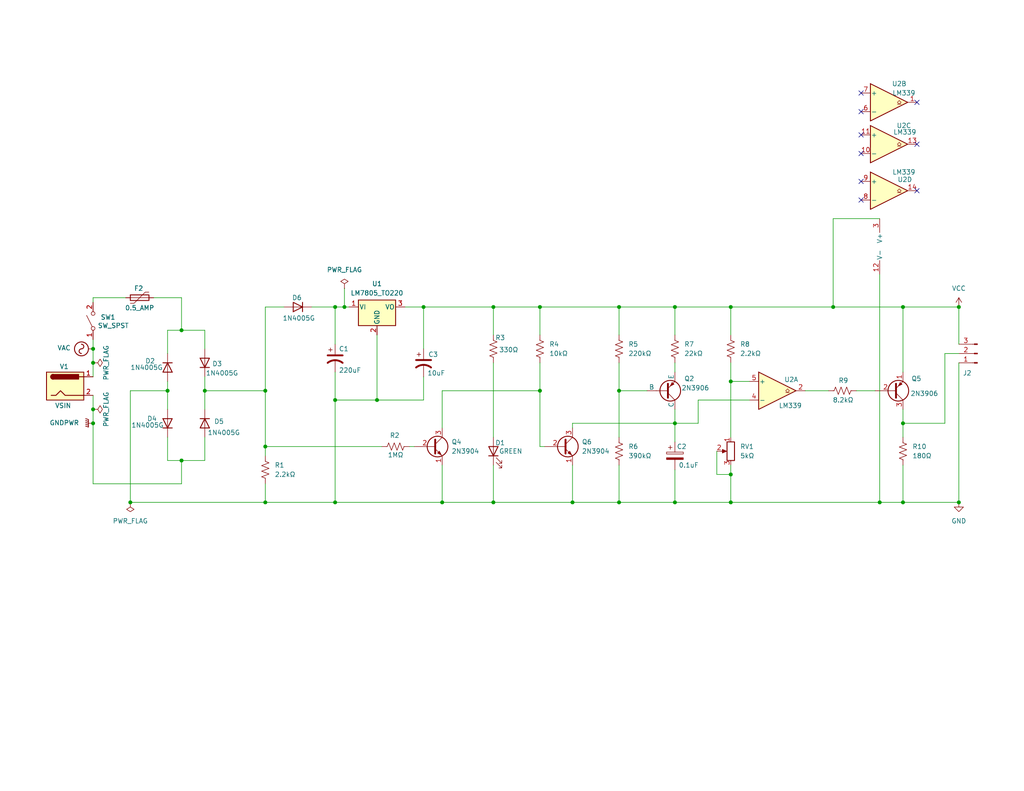
<source format=kicad_sch>
(kicad_sch (version 20231120) (generator "eeschema") (generator_version "8.0")
  (paper "A")
  (title_block (title "CMPE2150 PWM Generator - nkoirala1") (date "2024-12-09") (rev "0") (company "NAIT CNT") (comment 1 "Naresh Prasad Koirala"))
  (lib_symbols
    (symbol "Comparator:LM339" (pin_names (offset 0.127))
      (property "Reference" "U" (at 0 5.08 0))
      (property "Value" "LM339" (at 0 -5.08 0))
      (symbol "LM339_1_1"
        (polyline (pts (xy -5.08 5.08) (xy 5.08 0) (xy -5.08 -5.08) (xy -5.08 5.08)) (stroke (width 0.254)) (fill (type background)))
        (polyline (pts (xy 3.302 -0.508) (xy 2.794 -0.508) (xy 3.302 0) (xy 2.794 0.508) (xy 2.286 0) (xy 2.794 -0.508) (xy 2.286 -0.508)) (stroke (width 0.127)))
        (pin open_collector line (at 7.62 0 180) (length 2.54) (name "~") (number "2"))
        (pin input line (at -7.62 -2.54 0) (length 2.54) (name "-") (number "4"))
        (pin input line (at -7.62 2.54 0) (length 2.54) (name "+") (number "5"))
      )
      (symbol "LM339_2_1"
        (polyline (pts (xy -5.08 5.08) (xy 5.08 0) (xy -5.08 -5.08) (xy -5.08 5.08)) (stroke (width 0.254)) (fill (type background)))
        (polyline (pts (xy 3.302 -0.508) (xy 2.794 -0.508) (xy 3.302 0) (xy 2.794 0.508) (xy 2.286 0) (xy 2.794 -0.508) (xy 2.286 -0.508)) (stroke (width 0.127)))
        (pin open_collector line (at 7.62 0 180) (length 2.54) (name "~") (number "1"))
        (pin input line (at -7.62 -2.54 0) (length 2.54) (name "-") (number "6"))
        (pin input line (at -7.62 2.54 0) (length 2.54) (name "+") (number "7"))
      )
      (symbol "LM339_3_1"
        (polyline (pts (xy -5.08 5.08) (xy 5.08 0) (xy -5.08 -5.08) (xy -5.08 5.08)) (stroke (width 0.254)) (fill (type background)))
        (polyline (pts (xy 3.302 -0.508) (xy 2.794 -0.508) (xy 3.302 0) (xy 2.794 0.508) (xy 2.286 0) (xy 2.794 -0.508) (xy 2.286 -0.508)) (stroke (width 0.127)))
        (pin input line (at -7.62 -2.54 0) (length 2.54) (name "-") (number "10"))
        (pin input line (at -7.62 2.54 0) (length 2.54) (name "+") (number "11"))
        (pin open_collector line (at 7.62 0 180) (length 2.54) (name "~") (number "13"))
      )
      (symbol "LM339_4_1"
        (polyline (pts (xy -5.08 5.08) (xy 5.08 0) (xy -5.08 -5.08) (xy -5.08 5.08)) (stroke (width 0.254)) (fill (type background)))
        (polyline (pts (xy 3.302 -0.508) (xy 2.794 -0.508) (xy 3.302 0) (xy 2.794 0.508) (xy 2.286 0) (xy 2.794 -0.508) (xy 2.286 -0.508)) (stroke (width 0.127)))
        (pin open_collector line (at 7.62 0 180) (length 2.54) (name "~") (number "14"))
        (pin input line (at -7.62 -2.54 0) (length 2.54) (name "-") (number "8"))
        (pin input line (at -7.62 2.54 0) (length 2.54) (name "+") (number "9"))
      )
      (symbol "LM339_5_1"
        (pin power_in line (at -2.54 -7.62 90) (length 3.81) (name "V-") (number "12"))
        (pin power_in line (at -2.54 7.62 270) (length 3.81) (name "V+") (number "3"))
      )
    )
    (symbol "Connector:Barrel_Jack" (pin_names (offset 1.016))
      (property "Reference" "J" (at 0 5.334 0))
      (property "Value" "Barrel_Jack" (at 0 -5.08 0))
      (symbol "Barrel_Jack_0_1"
        (rectangle (start -5.08 3.81) (end 5.08 -3.81) (stroke (width 0.254)) (fill (type background)))
        (arc (start -3.302 3.175) (mid -3.9343 2.54) (end -3.302 1.905) (stroke (width 0.254)))
        (arc (start -3.302 3.175) (mid -3.9343 2.54) (end -3.302 1.905) (stroke (width 0.254)) (fill (type outline)))
        (polyline (pts (xy 5.08 2.54) (xy 3.81 2.54)) (stroke (width 0.254)))
        (polyline (pts (xy -3.81 -2.54) (xy -2.54 -2.54) (xy -1.27 -1.27) (xy 0 -2.54) (xy 2.54 -2.54) (xy 5.08 -2.54)) (stroke (width 0.254)))
        (rectangle (start 3.683 3.175) (end -3.302 1.905) (stroke (width 0.254)) (fill (type outline)))
      )
      (symbol "Barrel_Jack_1_1"
        (pin passive line (at 7.62 2.54 180) (length 2.54) (name "~") (number "1"))
        (pin passive line (at 7.62 -2.54 180) (length 2.54) (name "~") (number "2"))
      )
    )
    (symbol "Connector:Conn_01x03_Pin" (pin_names (offset 1.016) hide)
      (property "Reference" "J" (at 0 5.08 0))
      (property "Value" "Conn_01x03_Pin" (at 0 -5.08 0))
      (symbol "Conn_01x03_Pin_1_1"
        (polyline (pts (xy 1.27 -2.54) (xy 0.8636 -2.54)) (stroke (width 0.1524)))
        (polyline (pts (xy 1.27 0) (xy 0.8636 0)) (stroke (width 0.1524)))
        (polyline (pts (xy 1.27 2.54) (xy 0.8636 2.54)) (stroke (width 0.1524)))
        (rectangle (start 0.8636 -2.413) (end 0 -2.667) (stroke (width 0.1524)) (fill (type outline)))
        (rectangle (start 0.8636 0.127) (end 0 -0.127) (stroke (width 0.1524)) (fill (type outline)))
        (rectangle (start 0.8636 2.667) (end 0 2.413) (stroke (width 0.1524)) (fill (type outline)))
        (pin passive line (at 5.08 2.54 180) (length 3.81) (name "Pin_1") (number "1"))
        (pin passive line (at 5.08 0 180) (length 3.81) (name "Pin_2") (number "2"))
        (pin passive line (at 5.08 -2.54 180) (length 3.81) (name "Pin_3") (number "3"))
      )
    )
    (symbol "Device:C_Polarized" (pin_numbers hide) (pin_names (offset 0.254))
      (property "Reference" "C" (at 0.635 2.54 0))
      (property "Value" "C_Polarized" (at 0.635 -2.54 0))
      (symbol "C_Polarized_0_1"
        (rectangle (start -2.286 0.508) (end 2.286 1.016))
        (polyline (pts (xy -1.778 2.286) (xy -0.762 2.286)))
        (polyline (pts (xy -1.27 2.794) (xy -1.27 1.778)))
        (rectangle (start 2.286 -0.508) (end -2.286 -1.016) (fill (type outline)))
      )
      (symbol "C_Polarized_1_1"
        (pin passive line (at 0 3.81 270) (length 2.794) (name "~") (number "1"))
        (pin passive line (at 0 -3.81 90) (length 2.794) (name "~") (number "2"))
      )
    )
    (symbol "Device:C_Polarized_US" (pin_numbers hide) (pin_names (offset 0.254) hide)
      (property "Reference" "C" (at 0.635 2.54 0))
      (property "Value" "C_Polarized_US" (at 0.635 -2.54 0))
      (symbol "C_Polarized_US_0_1"
        (polyline (pts (xy -2.032 0.762) (xy 2.032 0.762)) (stroke (width 0.508)))
        (polyline (pts (xy -1.778 2.286) (xy -0.762 2.286)))
        (polyline (pts (xy -1.27 1.778) (xy -1.27 2.794)))
        (arc (start 2.032 -1.27) (mid 0 -0.5572) (end -2.032 -1.27) (stroke (width 0.508)))
      )
      (symbol "C_Polarized_US_1_1"
        (pin passive line (at 0 3.81 270) (length 2.794) (name "~") (number "1"))
        (pin passive line (at 0 -3.81 90) (length 3.302) (name "~") (number "2"))
      )
    )
    (symbol "Device:LED" (pin_numbers hide) (pin_names (offset 1.016) hide)
      (property "Reference" "D" (at 0 2.54 0))
      (property "Value" "LED" (at 0 -2.54 0))
      (symbol "LED_0_1"
        (polyline (pts (xy -1.27 -1.27) (xy -1.27 1.27)) (stroke (width 0.254)))
        (polyline (pts (xy -1.27 0) (xy 1.27 0)))
        (polyline (pts (xy 1.27 -1.27) (xy 1.27 1.27) (xy -1.27 0) (xy 1.27 -1.27)) (stroke (width 0.254)))
        (polyline (pts (xy -3.048 -0.762) (xy -4.572 -2.286) (xy -3.81 -2.286) (xy -4.572 -2.286) (xy -4.572 -1.524)))
        (polyline (pts (xy -1.778 -0.762) (xy -3.302 -2.286) (xy -2.54 -2.286) (xy -3.302 -2.286) (xy -3.302 -1.524)))
      )
      (symbol "LED_1_1"
        (pin passive line (at -3.81 0 0) (length 2.54) (name "K") (number "1"))
        (pin passive line (at 3.81 0 180) (length 2.54) (name "A") (number "2"))
      )
    )
    (symbol "Device:Polyfuse" (pin_numbers hide) (pin_names (offset 0))
      (property "Reference" "F" (at -2.54 0 90))
      (property "Value" "Polyfuse" (at 2.54 0 90))
      (symbol "Polyfuse_0_1"
        (rectangle (start -0.762 2.54) (end 0.762 -2.54) (stroke (width 0.254)))
        (polyline (pts (xy 0 2.54) (xy 0 -2.54)))
        (polyline (pts (xy -1.524 2.54) (xy -1.524 1.524) (xy 1.524 -1.524) (xy 1.524 -2.54)))
      )
      (symbol "Polyfuse_1_1"
        (pin passive line (at 0 3.81 270) (length 1.27) (name "~") (number "1"))
        (pin passive line (at 0 -3.81 90) (length 1.27) (name "~") (number "2"))
      )
    )
    (symbol "Device:R_Potentiometer" (pin_names (offset 1.016) hide)
      (property "Reference" "RV" (at -4.445 0 90))
      (property "Value" "R_Potentiometer" (at -2.54 0 90))
      (symbol "R_Potentiometer_0_1"
        (polyline (pts (xy 2.54 0) (xy 1.524 0)))
        (polyline (pts (xy 1.143 0) (xy 2.286 0.508) (xy 2.286 -0.508) (xy 1.143 0)) (fill (type outline)))
        (rectangle (start 1.016 2.54) (end -1.016 -2.54) (stroke (width 0.254)))
      )
      (symbol "R_Potentiometer_1_1"
        (pin passive line (at 0 3.81 270) (length 1.27) (name "1") (number "1"))
        (pin passive line (at 3.81 0 180) (length 1.27) (name "2") (number "2"))
        (pin passive line (at 0 -3.81 90) (length 1.27) (name "3") (number "3"))
      )
    )
    (symbol "Device:R_US" (pin_numbers hide) (pin_names (offset 0))
      (property "Reference" "R" (at 2.54 0 90))
      (property "Value" "R_US" (at -2.54 0 90))
      (symbol "R_US_0_1"
        (polyline (pts (xy 0 -2.286) (xy 0 -2.54)))
        (polyline (pts (xy 0 2.286) (xy 0 2.54)))
        (polyline (pts (xy 0 -0.762) (xy 1.016 -1.143) (xy 0 -1.524) (xy -1.016 -1.905) (xy 0 -2.286)))
        (polyline (pts (xy 0 0.762) (xy 1.016 0.381) (xy 0 0) (xy -1.016 -0.381) (xy 0 -0.762)))
        (polyline (pts (xy 0 2.286) (xy 1.016 1.905) (xy 0 1.524) (xy -1.016 1.143) (xy 0 0.762)))
      )
      (symbol "R_US_1_1"
        (pin passive line (at 0 3.81 270) (length 1.27) (name "~") (number "1"))
        (pin passive line (at 0 -3.81 90) (length 1.27) (name "~") (number "2"))
      )
    )
    (symbol "Diode:1N4005" (pin_numbers hide) (pin_names hide)
      (property "Reference" "D" (at 0 2.54 0))
      (property "Value" "1N4005" (at 0 -2.54 0))
      (symbol "1N4005_0_1"
        (polyline (pts (xy -1.27 1.27) (xy -1.27 -1.27)) (stroke (width 0.254)))
        (polyline (pts (xy 1.27 0) (xy -1.27 0)))
        (polyline (pts (xy 1.27 1.27) (xy 1.27 -1.27) (xy -1.27 0) (xy 1.27 1.27)) (stroke (width 0.254)))
      )
      (symbol "1N4005_1_1"
        (pin passive line (at -3.81 0 0) (length 2.54) (name "K") (number "1"))
        (pin passive line (at 3.81 0 180) (length 2.54) (name "A") (number "2"))
      )
    )
    (symbol "Regulator_Linear:LM7805_TO220" (pin_names (offset 0.254))
      (property "Reference" "U" (at -3.81 3.175 0))
      (property "Value" "LM7805_TO220" (at 0 3.175 0))
      (symbol "LM7805_TO220_0_1"
        (rectangle (start -5.08 1.905) (end 5.08 -5.08) (stroke (width 0.254)) (fill (type background)))
      )
      (symbol "LM7805_TO220_1_1"
        (pin power_in line (at -7.62 0 0) (length 2.54) (name "VI") (number "1"))
        (pin power_in line (at 0 -7.62 90) (length 2.54) (name "GND") (number "2"))
        (pin power_out line (at 7.62 0 180) (length 2.54) (name "VO") (number "3"))
      )
    )
    (symbol "Simulation_SPICE:PNP" (pin_numbers hide) (pin_names (offset 0))
      (property "Reference" "Q" (at -2.54 7.62 0))
      (property "Value" "PNP" (at -2.54 5.08 0))
      (symbol "PNP_0_1"
        (polyline (pts (xy -2.54 0) (xy 0.635 0)) (stroke (width 0.1524)))
        (polyline (pts (xy 0.635 0.635) (xy 2.54 2.54)))
        (polyline (pts (xy 0.635 -0.635) (xy 2.54 -2.54) (xy 2.54 -2.54)))
        (polyline (pts (xy 0.635 1.905) (xy 0.635 -1.905) (xy 0.635 -1.905)) (stroke (width 0.508)))
        (polyline (pts (xy 2.286 -1.778) (xy 1.778 -2.286) (xy 1.27 -1.27) (xy 2.286 -1.778) (xy 2.286 -1.778)) (fill (type outline)))
        (circle (center 1.27 0) (radius 2.8194) (stroke (width 0.254)))
      )
      (symbol "PNP_1_1"
        (pin open_collector line (at 2.54 5.08 270) (length 2.54) (name "C") (number "1"))
        (pin input line (at -5.08 0 0) (length 2.54) (name "B") (number "2"))
        (pin open_emitter line (at 2.54 -5.08 90) (length 2.54) (name "E") (number "3"))
      )
    )
    (symbol "Switch:SW_SPST" (pin_names (offset 0) hide)
      (property "Reference" "SW" (at 0 3.175 0))
      (property "Value" "SW_SPST" (at 0 -2.54 0))
      (symbol "SW_SPST_0_0"
        (circle (center -2.032 0) (radius 0.508))
        (polyline (pts (xy -1.524 0.254) (xy 1.524 1.778)))
        (circle (center 2.032 0) (radius 0.508))
      )
      (symbol "SW_SPST_1_1"
        (pin passive line (at -5.08 0 0) (length 2.54) (name "A") (number "1"))
        (pin passive line (at 5.08 0 180) (length 2.54) (name "B") (number "2"))
      )
    )
    (symbol "Transistor_BJT:2N3904" (pin_names (offset 0) hide)
      (property "Reference" "Q" (at 5.08 1.905 0))
      (property "Value" "2N3904" (at 5.08 0 0))
      (symbol "2N3904_0_1"
        (polyline (pts (xy 0.635 0.635) (xy 2.54 2.54)))
        (polyline (pts (xy 0.635 -0.635) (xy 2.54 -2.54) (xy 2.54 -2.54)))
        (polyline (pts (xy 0.635 1.905) (xy 0.635 -1.905) (xy 0.635 -1.905)) (stroke (width 0.508)))
        (polyline (pts (xy 1.27 -1.778) (xy 1.778 -1.27) (xy 2.286 -2.286) (xy 1.27 -1.778) (xy 1.27 -1.778)) (fill (type outline)))
        (circle (center 1.27 0) (radius 2.8194) (stroke (width 0.254)))
      )
      (symbol "2N3904_1_1"
        (pin passive line (at 2.54 -5.08 90) (length 2.54) (name "E") (number "1"))
        (pin passive line (at -5.08 0 0) (length 5.715) (name "B") (number "2"))
        (pin passive line (at 2.54 5.08 270) (length 2.54) (name "C") (number "3"))
      )
    )
    (symbol "Transistor_BJT:2N3906" (pin_names (offset 0) hide)
      (property "Reference" "Q" (at 5.08 1.905 0))
      (property "Value" "2N3906" (at 5.08 0 0))
      (symbol "2N3906_0_1"
        (polyline (pts (xy 0.635 0.635) (xy 2.54 2.54)))
        (polyline (pts (xy 0.635 -0.635) (xy 2.54 -2.54) (xy 2.54 -2.54)))
        (polyline (pts (xy 0.635 1.905) (xy 0.635 -1.905) (xy 0.635 -1.905)) (stroke (width 0.508)))
        (polyline (pts (xy 2.286 -1.778) (xy 1.778 -2.286) (xy 1.27 -1.27) (xy 2.286 -1.778) (xy 2.286 -1.778)) (fill (type outline)))
        (circle (center 1.27 0) (radius 2.8194) (stroke (width 0.254)))
      )
      (symbol "2N3906_1_1"
        (pin passive line (at 2.54 -5.08 90) (length 2.54) (name "E") (number "1"))
        (pin input line (at -5.08 0 0) (length 5.715) (name "B") (number "2"))
        (pin passive line (at 2.54 5.08 270) (length 2.54) (name "C") (number "3"))
      )
    )
    (symbol "power:GND" (power) (pin_numbers hide) (pin_names (offset 0) hide)
      (property "Value" "GND" (at 0 -3.81 0))
      (symbol "GND_0_1"
        (polyline (pts (xy 0 0) (xy 0 -1.27) (xy 1.27 -1.27) (xy 0 -2.54) (xy -1.27 -1.27) (xy 0 -1.27)))
      )
      (symbol "GND_1_1"
        (pin power_in line (at 0 0 270) (length 0) (name "~") (number "1"))
      )
    )
    (symbol "power:GNDPWR" (power) (pin_numbers hide) (pin_names (offset 0) hide)
      (property "Value" "GNDPWR" (at 0 -3.302 0))
      (symbol "GNDPWR_0_1"
        (polyline (pts (xy 0 -1.27) (xy 0 0)))
        (polyline (pts (xy -1.016 -1.27) (xy -1.27 -2.032) (xy -1.27 -2.032)) (stroke (width 0.2032)))
        (polyline (pts (xy -0.508 -1.27) (xy -0.762 -2.032) (xy -0.762 -2.032)) (stroke (width 0.2032)))
        (polyline (pts (xy 0 -1.27) (xy -0.254 -2.032) (xy -0.254 -2.032)) (stroke (width 0.2032)))
        (polyline (pts (xy 0.508 -1.27) (xy 0.254 -2.032) (xy 0.254 -2.032)) (stroke (width 0.2032)))
        (polyline (pts (xy 1.016 -1.27) (xy -1.016 -1.27) (xy -1.016 -1.27)) (stroke (width 0.2032)))
        (polyline (pts (xy 1.016 -1.27) (xy 0.762 -2.032) (xy 0.762 -2.032) (xy 0.762 -2.032)) (stroke (width 0.2032)))
      )
      (symbol "GNDPWR_1_1"
        (pin power_in line (at 0 0 270) (length 0) (name "~") (number "1"))
      )
    )
    (symbol "power:PWR_FLAG" (power) (pin_numbers hide) (pin_names (offset 0) hide)
      (property "Value" "PWR_FLAG" (at 0 3.81 0))
      (symbol "PWR_FLAG_0_0"
        (pin power_out line (at 0 0 90) (length 0) (name "~") (number "1"))
      )
      (symbol "PWR_FLAG_0_1"
        (polyline (pts (xy 0 0) (xy 0 1.27) (xy -1.016 1.905) (xy 0 2.54) (xy 1.016 1.905) (xy 0 1.27)))
      )
    )
    (symbol "power:VAC" (power) (pin_numbers hide) (pin_names (offset 0) hide)
      (property "Value" "VAC" (at 0 6.35 0))
      (symbol "VAC_0_1"
        (polyline (pts (xy 0 0) (xy 0 1.27)))
        (arc (start 0 3.175) (mid -0.635 3.8073) (end -1.27 3.175) (stroke (width 0.254)))
        (arc (start 0 3.175) (mid 0.635 2.5427) (end 1.27 3.175) (stroke (width 0.254)))
        (circle (center 0 3.175) (radius 1.905) (stroke (width 0.254)))
      )
      (symbol "VAC_1_1"
        (pin power_in line (at 0 0 90) (length 0) (name "~") (number "1"))
      )
    )
    (symbol "power:VCC" (power) (pin_numbers hide) (pin_names (offset 0) hide)
      (property "Value" "VCC" (at 0 3.556 0))
      (symbol "VCC_0_1"
        (polyline (pts (xy -0.762 1.27) (xy 0 2.54)))
        (polyline (pts (xy 0 0) (xy 0 2.54)))
        (polyline (pts (xy 0 2.54) (xy 0.762 1.27)))
      )
      (symbol "VCC_1_1"
        (pin power_in line (at 0 0 90) (length 0) (name "~") (number "1"))
      )
    )
  )
  (junction (at 199.39 83.82))
  (junction (at 168.91 83.82))
  (junction (at 72.39 121.92))
  (junction (at 115.57 83.82))
  (junction (at 120.65 137.16))
  (junction (at 261.62 137.16))
  (junction (at 35.56 137.16))
  (junction (at 199.39 137.16))
  (junction (at 246.38 137.16))
  (junction (at 49.53 125.73))
  (junction (at 168.91 106.68))
  (junction (at 240.03 137.16))
  (junction (at 184.15 137.16))
  (junction (at 45.72 106.68))
  (junction (at 184.15 83.82))
  (junction (at 134.62 83.82))
  (junction (at 55.88 106.68))
  (junction (at 147.32 83.82))
  (junction (at 147.32 106.68))
  (junction (at 25.4 111.76))
  (junction (at 246.38 115.57))
  (junction (at 227.33 83.82))
  (junction (at 72.39 106.68))
  (junction (at 168.91 137.16))
  (junction (at 91.44 137.16))
  (junction (at 199.39 129.54))
  (junction (at 25.4 99.06))
  (junction (at 156.21 137.16))
  (junction (at 91.44 109.22))
  (junction (at 25.4 95.25))
  (junction (at 184.15 115.57))
  (junction (at 199.39 104.14))
  (junction (at 246.38 83.82))
  (junction (at 261.62 83.82))
  (junction (at 49.53 90.17))
  (junction (at 91.44 83.82))
  (junction (at 25.4 115.57))
  (junction (at 134.62 137.16))
  (junction (at 93.98 83.82))
  (junction (at 72.39 137.16))
  (junction (at 102.87 109.22))
  (no_connect (at 250.19 39.37))
  (no_connect (at 250.19 52.07))
  (no_connect (at 234.95 54.61))
  (no_connect (at 234.95 41.91))
  (no_connect (at 234.95 25.4))
  (no_connect (at 234.95 36.83))
  (no_connect (at 234.95 30.48))
  (no_connect (at 250.19 27.94))
  (no_connect (at 234.95 49.53))
  (wire (pts (xy 199.39 137.16) (xy 240.03 137.16)))
  (wire (pts (xy 115.57 83.82) (xy 115.57 95.25)))
  (wire (pts (xy 25.4 111.76) (xy 25.4 115.57)))
  (wire (pts (xy 45.72 104.14) (xy 45.72 106.68)))
  (wire (pts (xy 134.62 83.82) (xy 134.62 91.44)))
  (wire (pts (xy 102.87 109.22) (xy 115.57 109.22)))
  (wire (pts (xy 72.39 121.92) (xy 72.39 124.46)))
  (wire (pts (xy 184.15 137.16) (xy 199.39 137.16)))
  (wire (pts (xy 35.56 106.68) (xy 45.72 106.68)))
  (wire (pts (xy 120.65 116.84) (xy 120.65 106.68)))
  (wire (pts (xy 168.91 127) (xy 168.91 137.16)))
  (wire (pts (xy 25.4 99.06) (xy 25.4 102.87)))
  (wire (pts (xy 72.39 83.82) (xy 77.47 83.82)))
  (wire (pts (xy 72.39 83.82) (xy 72.39 106.68)))
  (wire (pts (xy 156.21 115.57) (xy 184.15 115.57)))
  (wire (pts (xy 41.91 81.28) (xy 49.53 81.28)))
  (wire (pts (xy 45.72 106.68) (xy 45.72 111.76)))
  (wire (pts (xy 49.53 125.73) (xy 55.88 125.73)))
  (wire (pts (xy 111.76 121.92) (xy 113.03 121.92)))
  (wire (pts (xy 168.91 106.68) (xy 176.53 106.68)))
  (wire (pts (xy 195.58 129.54) (xy 199.39 129.54)))
  (wire (pts (xy 257.81 96.52) (xy 261.62 96.52)))
  (wire (pts (xy 25.4 95.25) (xy 25.4 99.06)))
  (wire (pts (xy 147.32 99.06) (xy 147.32 106.68)))
  (wire (pts (xy 72.39 121.92) (xy 104.14 121.92)))
  (wire (pts (xy 199.39 104.14) (xy 204.47 104.14)))
  (wire (pts (xy 199.39 104.14) (xy 199.39 119.38)))
  (wire (pts (xy 184.15 115.57) (xy 190.5 115.57)))
  (wire (pts (xy 45.72 90.17) (xy 49.53 90.17)))
  (wire (pts (xy 184.15 115.57) (xy 184.15 120.65)))
  (wire (pts (xy 184.15 111.76) (xy 184.15 115.57)))
  (wire (pts (xy 199.39 83.82) (xy 227.33 83.82)))
  (wire (pts (xy 246.38 137.16) (xy 261.62 137.16)))
  (wire (pts (xy 240.03 59.69) (xy 227.33 59.69)))
  (wire (pts (xy 190.5 109.22) (xy 190.5 115.57)))
  (wire (pts (xy 134.62 127) (xy 134.62 137.16)))
  (wire (pts (xy 219.71 106.68) (xy 226.06 106.68)))
  (wire (pts (xy 147.32 83.82) (xy 147.32 91.44)))
  (wire (pts (xy 45.72 96.52) (xy 45.72 90.17)))
  (wire (pts (xy 35.56 106.68) (xy 35.56 137.16)))
  (wire (pts (xy 93.98 83.82) (xy 95.25 83.82)))
  (wire (pts (xy 168.91 83.82) (xy 184.15 83.82)))
  (wire (pts (xy 85.09 83.82) (xy 91.44 83.82)))
  (wire (pts (xy 120.65 137.16) (xy 134.62 137.16)))
  (wire (pts (xy 184.15 83.82) (xy 199.39 83.82)))
  (wire (pts (xy 246.38 115.57) (xy 246.38 119.38)))
  (wire (pts (xy 110.49 83.82) (xy 115.57 83.82)))
  (wire (pts (xy 156.21 127) (xy 156.21 137.16)))
  (wire (pts (xy 120.65 127) (xy 120.65 137.16)))
  (wire (pts (xy 261.62 99.06) (xy 261.62 137.16)))
  (wire (pts (xy 25.4 81.28) (xy 34.29 81.28)))
  (wire (pts (xy 246.38 115.57) (xy 257.81 115.57)))
  (wire (pts (xy 156.21 137.16) (xy 134.62 137.16)))
  (wire (pts (xy 195.58 123.19) (xy 195.58 129.54)))
  (wire (pts (xy 257.81 96.52) (xy 257.81 115.57)))
  (wire (pts (xy 246.38 83.82) (xy 261.62 83.82)))
  (wire (pts (xy 49.53 81.28) (xy 49.53 90.17)))
  (wire (pts (xy 227.33 59.69) (xy 227.33 83.82)))
  (wire (pts (xy 55.88 125.73) (xy 55.88 119.38)))
  (wire (pts (xy 91.44 101.6) (xy 91.44 109.22)))
  (wire (pts (xy 25.4 107.95) (xy 25.4 111.76)))
  (wire (pts (xy 115.57 102.87) (xy 115.57 109.22)))
  (wire (pts (xy 25.4 132.08) (xy 49.53 132.08)))
  (wire (pts (xy 190.5 109.22) (xy 204.47 109.22)))
  (wire (pts (xy 134.62 83.82) (xy 147.32 83.82)))
  (wire (pts (xy 184.15 99.06) (xy 184.15 101.6)))
  (wire (pts (xy 91.44 109.22) (xy 91.44 137.16)))
  (wire (pts (xy 25.4 115.57) (xy 25.4 132.08)))
  (wire (pts (xy 233.68 106.68) (xy 238.76 106.68)))
  (wire (pts (xy 45.72 125.73) (xy 49.53 125.73)))
  (wire (pts (xy 72.39 106.68) (xy 72.39 121.92)))
  (wire (pts (xy 45.72 119.38) (xy 45.72 125.73)))
  (wire (pts (xy 184.15 128.27) (xy 184.15 137.16)))
  (wire (pts (xy 156.21 137.16) (xy 168.91 137.16)))
  (wire (pts (xy 134.62 99.06) (xy 134.62 119.38)))
  (wire (pts (xy 91.44 109.22) (xy 102.87 109.22)))
  (wire (pts (xy 168.91 83.82) (xy 168.91 91.44)))
  (wire (pts (xy 168.91 106.68) (xy 168.91 119.38)))
  (wire (pts (xy 168.91 137.16) (xy 184.15 137.16)))
  (wire (pts (xy 199.39 129.54) (xy 199.39 137.16)))
  (wire (pts (xy 102.87 91.44) (xy 102.87 109.22)))
  (wire (pts (xy 147.32 106.68) (xy 147.32 121.92)))
  (wire (pts (xy 72.39 132.08) (xy 72.39 137.16)))
  (wire (pts (xy 93.98 78.74) (xy 93.98 83.82)))
  (wire (pts (xy 55.88 106.68) (xy 72.39 106.68)))
  (wire (pts (xy 55.88 102.87) (xy 55.88 106.68)))
  (wire (pts (xy 115.57 83.82) (xy 134.62 83.82)))
  (wire (pts (xy 246.38 83.82) (xy 246.38 101.6)))
  (wire (pts (xy 25.4 81.28) (xy 25.4 82.55)))
  (wire (pts (xy 147.32 121.92) (xy 148.59 121.92)))
  (wire (pts (xy 91.44 137.16) (xy 120.65 137.16)))
  (wire (pts (xy 227.33 83.82) (xy 246.38 83.82)))
  (wire (pts (xy 246.38 111.76) (xy 246.38 115.57)))
  (wire (pts (xy 49.53 132.08) (xy 49.53 125.73)))
  (wire (pts (xy 156.21 116.84) (xy 156.21 115.57)))
  (wire (pts (xy 199.39 99.06) (xy 199.39 104.14)))
  (wire (pts (xy 240.03 74.93) (xy 240.03 137.16)))
  (wire (pts (xy 147.32 83.82) (xy 168.91 83.82)))
  (wire (pts (xy 49.53 90.17) (xy 55.88 90.17)))
  (wire (pts (xy 240.03 137.16) (xy 246.38 137.16)))
  (wire (pts (xy 261.62 83.82) (xy 261.62 93.98)))
  (wire (pts (xy 199.39 127) (xy 199.39 129.54)))
  (wire (pts (xy 91.44 83.82) (xy 93.98 83.82)))
  (wire (pts (xy 91.44 83.82) (xy 91.44 93.98)))
  (wire (pts (xy 199.39 83.82) (xy 199.39 91.44)))
  (wire (pts (xy 91.44 137.16) (xy 72.39 137.16)))
  (wire (pts (xy 120.65 106.68) (xy 147.32 106.68)))
  (wire (pts (xy 55.88 106.68) (xy 55.88 111.76)))
  (wire (pts (xy 55.88 90.17) (xy 55.88 95.25)))
  (wire (pts (xy 246.38 127) (xy 246.38 137.16)))
  (wire (pts (xy 35.56 137.16) (xy 72.39 137.16)))
  (wire (pts (xy 25.4 92.71) (xy 25.4 95.25)))
  (wire (pts (xy 184.15 83.82) (xy 184.15 91.44)))
  (wire (pts (xy 168.91 99.06) (xy 168.91 106.68)))
  (symbol (lib_id "Diode:1N4005") (at 55.88 115.57 270) (unit 1)
    (property "Reference" "D5" (at 58.42 115.062 90) (effects (justify left)))
    (property "Value" "1N4005G" (at 56.642 118.11 90) (effects (justify left)))
    (property "Footprint" "Diode_SMD:D_0805_2012Metric_Pad1.15x1.40mm_HandSolder" (effects (hide yes)))
    (property "Datasheet" "http://www.vishay.com/docs/88503/1n4001.pdf" (effects (hide yes)))
    (property "Description" "600V 1A General Purpose Rectifier Diode, DO-41" (effects (hide yes)))
    (property "Sim.Device" "D" (effects (hide yes)))
    (property "Sim.Pins" "1=K 2=A" (effects (hide yes)))
  )
  (symbol (lib_id "Transistor_BJT:2N3906") (at 243.84 106.68 0) (mirror x) (unit 1)
    (property "Reference" "Q5" (at 248.666 103.378 0) (effects (justify left)))
    (property "Value" "2N3906" (at 248.412 107.442 0) (effects (justify left)))
    (property "Footprint" "Package_TO_SOT_SMD:SOT-23" (effects (hide yes)))
    (property "Datasheet" "https://www.onsemi.com/pub/Collateral/2N3906-D.PDF" (effects (hide yes)))
    (property "Description" "-0.2A Ic, -40V Vce, Small Signal PNP Transistor, TO-92" (effects (hide yes)))
  )
  (symbol (lib_id "Device:R_US") (at 168.91 95.25 0) (unit 1)
    (property "Reference" "R5" (at 171.45 93.9799 0) (effects (justify left)))
    (property "Value" "220kΩ" (at 171.45 96.5199 0) (effects (justify left)))
    (property "Footprint" "Resistor_SMD:R_0805_2012Metric_Pad1.20x1.40mm_HandSolder" (effects (hide yes)))
    (property "Description" "Resistor, US symbol" (effects (hide yes)))
  )
  (symbol (lib_id "Device:R_US") (at 134.62 95.25 0) (unit 1)
    (property "Reference" "R3" (at 135.128 92.202 0) (effects (justify left)))
    (property "Value" "330Ω" (at 136.144 95.504 0) (effects (justify left)))
    (property "Footprint" "Resistor_SMD:R_0805_2012Metric_Pad1.20x1.40mm_HandSolder" (effects (hide yes)))
    (property "Description" "Resistor, US symbol" (effects (hide yes)))
  )
  (symbol (lib_id "Comparator:LM339") (at 242.57 27.94 0) (unit 2)
    (property "Reference" "U2" (at 245.364 22.86 0))
    (property "Value" "LM339" (at 246.634 25.4 0))
    (property "Footprint" "Package_SO:SOIC-14-16_3.9x9.9mm_P1.27mm" (effects (hide yes)))
    (property "Datasheet" "https://www.st.com/resource/en/datasheet/lm139.pdf" (effects (hide yes)))
    (property "Description" "Quad Differential Comparators, SOIC-14/TSSOP-14" (effects (hide yes)))
    (property "Sim.Library" ".\\" (effects (hide yes)))
  )
  (symbol (lib_id "Regulator_Linear:LM7805_TO220") (at 102.87 83.82 0) (unit 1)
    (property "Reference" "U1" (at 102.87 77.47 0))
    (property "Value" "LM7805_TO220" (at 102.87 80.01 0))
    (property "Footprint" "Package_TO_SOT_THT:TO-220-3_Vertical" (effects (hide yes)))
    (property "Datasheet" "https://www.onsemi.cn/PowerSolutions/document/MC7800-D.PDF" (effects (hide yes)))
    (property "Description" "Positive 1A 35V Linear Regulator, Fixed Output 5V, TO-220" (effects (hide yes)))
  )
  (symbol (lib_id "Diode:1N4005") (at 45.72 115.57 90) (unit 1)
    (property "Reference" "D4" (at 40.132 114.3 90) (effects (justify right)))
    (property "Value" "1N4005G" (at 35.814 116.078 90) (effects (justify right)))
    (property "Footprint" "Diode_SMD:D_0805_2012Metric_Pad1.15x1.40mm_HandSolder" (effects (hide yes)))
    (property "Datasheet" "http://www.vishay.com/docs/88503/1n4001.pdf" (effects (hide yes)))
    (property "Description" "600V 1A General Purpose Rectifier Diode, DO-41" (effects (hide yes)))
    (property "Sim.Device" "D" (effects (hide yes)))
    (property "Sim.Pins" "1=K 2=A" (effects (hide yes)))
  )
  (symbol (lib_id "Switch:SW_SPST") (at 25.4 87.63 90) (unit 1)
    (property "Reference" "SW1" (at 27.432 86.614 90) (effects (justify right)))
    (property "Value" "SW_SPST" (at 26.67 88.8999 90) (effects (justify right)))
    (property "Footprint" "Button_Switch_SMD:SW_DIP_SPSTx01_Slide_6.7x4.1mm_W6.73mm_P2.54mm_LowProfile_JPin" (effects (hide yes)))
    (property "Description" "Single Pole Single Throw (SPST) switch" (effects (hide yes)))
  )
  (symbol (lib_id "power:GND") (at 261.62 137.16 0) (unit 1)
    (property "Reference" "#PWR04" (effects (hide yes)))
    (property "Value" "GND" (at 261.62 142.24 0))
    (property "Description" "Power symbol creates a global label with name \"GND\" , ground" (effects (hide yes)))
  )
  (symbol (lib_id "Device:R_Potentiometer") (at 199.39 123.19 0) (mirror y) (unit 1)
    (property "Reference" "RV1" (at 201.93 121.9199 0) (effects (justify right)))
    (property "Value" "5kΩ" (at 201.93 124.4599 0) (effects (justify right)))
    (property "Footprint" "Potentiometer_THT:Potentiometer_Bourns_3296W_Vertical" (effects (hide yes)))
    (property "Description" "Potentiometer" (effects (hide yes)))
  )
  (symbol (lib_id "power:VCC") (at 261.62 83.82 0) (unit 1)
    (property "Reference" "#PWR01" (effects (hide yes)))
    (property "Value" "VCC" (at 261.62 78.74 0))
    (property "Description" "Power symbol creates a global label with name \"VCC\"" (effects (hide yes)))
  )
  (symbol (lib_id "Diode:1N4005") (at 45.72 100.33 270) (unit 1)
    (property "Reference" "D2" (at 39.624 98.552 90) (effects (justify left)))
    (property "Value" "1N4005G" (at 35.56 100.33 90) (effects (justify left)))
    (property "Footprint" "Diode_SMD:D_0805_2012Metric_Pad1.15x1.40mm_HandSolder" (effects (hide yes)))
    (property "Datasheet" "http://www.vishay.com/docs/88503/1n4001.pdf" (effects (hide yes)))
    (property "Description" "600V 1A General Purpose Rectifier Diode, DO-41" (effects (hide yes)))
    (property "Sim.Device" "D" (effects (hide yes)))
    (property "Sim.Pins" "1=K 2=A" (effects (hide yes)))
  )
  (symbol (lib_id "Transistor_BJT:2N3904") (at 153.67 121.92 0) (unit 1)
    (property "Reference" "Q6" (at 158.75 120.6499 0) (effects (justify left)))
    (property "Value" "2N3904" (at 158.75 123.1899 0) (effects (justify left)))
    (property "Footprint" "Package_TO_SOT_SMD:SOT-23" (effects (hide yes)))
    (property "Datasheet" "https://www.onsemi.com/pub/Collateral/2N3903-D.PDF" (effects (hide yes)))
    (property "Description" "0.2A Ic, 40V Vce, Small Signal NPN Transistor, TO-92" (effects (hide yes)))
  )
  (symbol (lib_id "power:GNDPWR") (at 25.4 115.57 270) (unit 1)
    (property "Reference" "#PWR02" (effects (hide yes)))
    (property "Value" "GNDPWR" (at 21.59 115.4429 90) (effects (justify right)))
    (property "Description" "Power symbol creates a global label with name \"GNDPWR\" , global ground" (effects (hide yes)))
  )
  (symbol (lib_id "Connector:Barrel_Jack") (at 17.78 105.41 0) (unit 1)
    (property "Reference" "V1" (at 17.526 100.076 0))
    (property "Value" "VSIN" (at 14.986 110.744 0) (effects (justify left)))
    (property "Footprint" "Connector_BarrelJack:BarrelJack_CUI_PJ-063AH_Horizontal" (effects (hide yes)))
    (property "Description" "DC Barrel Jack" (effects (hide yes)))
    (property "Sim.Pins" "1=+ 2=-" (effects (hide yes)))
    (property "Sim.Params" "dc=0 ampl=1 f=1k ac=1" (effects (hide yes)))
    (property "Sim.Type" "SIN" (effects (hide yes)))
    (property "Sim.Device" "V" (effects (hide yes)))
  )
  (symbol (lib_id "power:PWR_FLAG") (at 25.4 111.76 270) (unit 1)
    (property "Reference" "#FLG02" (effects (hide yes)))
    (property "Value" "PWR_FLAG" (at 28.956 111.76 0))
    (property "Description" "Special symbol for telling ERC where power comes from" (effects (hide yes)))
  )
  (symbol (lib_id "Device:C_Polarized_US") (at 91.44 97.79 0) (unit 1)
    (property "Reference" "C1" (at 92.456 95.25 0) (effects (justify left)))
    (property "Value" "220uF" (at 92.456 101.092 0) (effects (justify left)))
    (property "Footprint" "Wurth_Elektronik_220uf:Wurth_Elektronik_220uf" (effects (hide yes)))
    (property "Description" "Polarized capacitor, US symbol" (effects (hide yes)))
  )
  (symbol (lib_id "Device:R_US") (at 184.15 95.25 0) (unit 1)
    (property "Reference" "R7" (at 186.69 93.9799 0) (effects (justify left)))
    (property "Value" "22kΩ" (at 186.69 96.5199 0) (effects (justify left)))
    (property "Footprint" "Resistor_SMD:R_0805_2012Metric_Pad1.20x1.40mm_HandSolder" (effects (hide yes)))
    (property "Description" "Resistor, US symbol" (effects (hide yes)))
  )
  (symbol (lib_id "Device:R_US") (at 107.95 121.92 90) (unit 1)
    (property "Reference" "R2" (at 107.696 118.872 90))
    (property "Value" "1MΩ" (at 107.95 124.206 90))
    (property "Footprint" "Resistor_SMD:R_0805_2012Metric_Pad1.20x1.40mm_HandSolder" (effects (hide yes)))
    (property "Description" "Resistor, US symbol" (effects (hide yes)))
  )
  (symbol (lib_id "Diode:1N4005") (at 81.28 83.82 180) (unit 1)
    (property "Reference" "D6" (at 81.026 81.28 0))
    (property "Value" "1N4005G" (at 81.534 86.868 0))
    (property "Footprint" "Diode_SMD:D_0805_2012Metric_Pad1.15x1.40mm_HandSolder" (effects (hide yes)))
    (property "Datasheet" "http://www.vishay.com/docs/88503/1n4001.pdf" (effects (hide yes)))
    (property "Description" "600V 1A General Purpose Rectifier Diode, DO-41" (effects (hide yes)))
    (property "Sim.Device" "D" (effects (hide yes)))
    (property "Sim.Pins" "1=K 2=A" (effects (hide yes)))
  )
  (symbol (lib_id "Simulation_SPICE:PNP") (at 181.61 106.68 0) (mirror x) (unit 1)
    (property "Reference" "Q2" (at 186.69 103.378 0) (effects (justify left)))
    (property "Value" "2N3906" (at 185.928 105.918 0) (effects (justify left)))
    (property "Footprint" "Package_TO_SOT_SMD:SOT-23" (effects (hide yes)))
    (property "Datasheet" "https://ngspice.sourceforge.io/docs/ngspice-html-manual/manual.xhtml#cha_BJTs" (effects (hide yes)))
    (property "Description" "Bipolar transistor symbol for simulation only, substrate tied to the emitter" (effects (hide yes)))
    (property "Sim.Device" "PNP" (effects (hide yes)))
    (property "Sim.Type" "GUMMELPOON" (effects (hide yes)))
    (property "Sim.Pins" "1=C 2=B 3=E" (effects (hide yes)))
  )
  (symbol (lib_id "Device:R_US") (at 229.87 106.68 90) (unit 1)
    (property "Reference" "R9" (at 230.124 103.886 90))
    (property "Value" "8.2kΩ" (at 232.918 109.22 90) (effects (justify left)))
    (property "Footprint" "Resistor_SMD:R_0805_2012Metric_Pad1.20x1.40mm_HandSolder" (effects (hide yes)))
    (property "Description" "Resistor, US symbol" (effects (hide yes)))
  )
  (symbol (lib_id "Device:C_Polarized") (at 184.15 124.46 0) (unit 1)
    (property "Reference" "C2" (at 184.658 121.92 0) (effects (justify left)))
    (property "Value" "0.1uF" (at 185.166 127 0) (effects (justify left)))
    (property "Footprint" "Capacitor_SMD:C_0805_2012Metric" (effects (hide yes)))
    (property "Description" "Polarized capacitor" (effects (hide yes)))
  )
  (symbol (lib_id "Device:Polyfuse") (at 38.1 81.28 90) (unit 1)
    (property "Reference" "F2" (at 37.846 78.74 90))
    (property "Value" "0.5_AMP" (at 38.1 84.074 90))
    (property "Footprint" "NANOSMDC016F-2:RESC3115X65N" (effects (hide yes)))
    (property "Description" "Resettable fuse, polymeric positive temperature coefficient" (effects (hide yes)))
  )
  (symbol (lib_id "Device:R_US") (at 72.39 128.27 0) (unit 1)
    (property "Reference" "R1" (at 74.93 126.9999 0) (effects (justify left)))
    (property "Value" "2.2kΩ" (at 74.93 129.5399 0) (effects (justify left)))
    (property "Footprint" "Resistor_SMD:R_0805_2012Metric_Pad1.20x1.40mm_HandSolder" (effects (hide yes)))
    (property "Description" "Resistor, US symbol" (effects (hide yes)))
  )
  (symbol (lib_id "Device:R_US") (at 147.32 95.25 0) (unit 1)
    (property "Reference" "R4" (at 149.86 93.9799 0) (effects (justify left)))
    (property "Value" "10kΩ" (at 149.86 96.5199 0) (effects (justify left)))
    (property "Footprint" "Resistor_SMD:R_0805_2012Metric_Pad1.20x1.40mm_HandSolder" (effects (hide yes)))
    (property "Description" "Resistor, US symbol" (effects (hide yes)))
  )
  (symbol (lib_id "Comparator:LM339") (at 242.57 39.37 0) (unit 3)
    (property "Reference" "U2" (at 246.634 34.29 0))
    (property "Value" "LM339" (at 246.888 36.068 0))
    (property "Footprint" "Package_SO:SOIC-14-16_3.9x9.9mm_P1.27mm" (effects (hide yes)))
    (property "Datasheet" "https://www.st.com/resource/en/datasheet/lm139.pdf" (effects (hide yes)))
    (property "Description" "Quad Differential Comparators, SOIC-14/TSSOP-14" (effects (hide yes)))
    (property "Sim.Library" ".\\" (effects (hide yes)))
  )
  (symbol (lib_id "Device:C_Polarized_US") (at 115.57 99.06 0) (unit 1)
    (property "Reference" "C3" (at 116.84 96.774 0) (effects (justify left)))
    (property "Value" "10uF" (at 116.586 101.854 0) (effects (justify left)))
    (property "Footprint" "Wurth_Elektronik_10uf:Wurth_Elektronik_10uf" (effects (hide yes)))
    (property "Description" "Polarized capacitor, US symbol" (effects (hide yes)))
  )
  (symbol (lib_id "Connector:Conn_01x03_Pin") (at 266.7 96.52 180) (unit 1)
    (property "Reference" "J2" (at 263.906 101.854 0))
    (property "Value" "Conn_01x03_Pin" (effects (hide yes)))
    (property "Footprint" "Connector_PinHeader_2.54mm:PinHeader_1x03_P2.54mm_Vertical" (effects (hide yes)))
    (property "Description" "Generic connector, single row, 01x03, script generated" (effects (hide yes)))
  )
  (symbol (lib_id "power:VAC") (at 25.4 95.25 90) (unit 1)
    (property "Reference" "#PWR03" (effects (hide yes)))
    (property "Value" "VAC" (at 19.304 94.996 90) (effects (justify left)))
    (property "Description" "Power symbol creates a global label with name \"VAC\"" (effects (hide yes)))
  )
  (symbol (lib_id "Comparator:LM339") (at 212.09 106.68 0) (unit 1)
    (property "Reference" "U2" (at 215.9 103.632 0))
    (property "Value" "LM339" (at 215.646 110.744 0))
    (property "Footprint" "Package_SO:SOIC-14-16_3.9x9.9mm_P1.27mm" (effects (hide yes)))
    (property "Datasheet" "https://www.st.com/resource/en/datasheet/lm139.pdf" (effects (hide yes)))
    (property "Description" "Quad Differential Comparators, SOIC-14/TSSOP-14" (effects (hide yes)))
    (property "Sim.Library" ".\\" (effects (hide yes)))
  )
  (symbol (lib_id "Transistor_BJT:2N3904") (at 118.11 121.92 0) (unit 1)
    (property "Reference" "Q4" (at 123.19 120.6499 0) (effects (justify left)))
    (property "Value" "2N3904" (at 123.19 123.1899 0) (effects (justify left)))
    (property "Footprint" "Package_TO_SOT_SMD:SOT-23" (effects (hide yes)))
    (property "Datasheet" "https://www.onsemi.com/pub/Collateral/2N3903-D.PDF" (effects (hide yes)))
    (property "Description" "0.2A Ic, 40V Vce, Small Signal NPN Transistor, TO-92" (effects (hide yes)))
  )
  (symbol (lib_id "Device:R_US") (at 199.39 95.25 0) (unit 1)
    (property "Reference" "R8" (at 201.93 93.9799 0) (effects (justify left)))
    (property "Value" "2.2kΩ" (at 201.93 96.5199 0) (effects (justify left)))
    (property "Footprint" "Resistor_SMD:R_0805_2012Metric_Pad1.20x1.40mm_HandSolder" (effects (hide yes)))
    (property "Description" "Resistor, US symbol" (effects (hide yes)))
  )
  (symbol (lib_id "Device:R_US") (at 246.38 123.19 0) (unit 1)
    (property "Reference" "R10" (at 248.92 121.9199 0) (effects (justify left)))
    (property "Value" "180Ω" (at 248.92 124.4599 0) (effects (justify left)))
    (property "Footprint" "Resistor_SMD:R_0805_2012Metric_Pad1.20x1.40mm_HandSolder" (effects (hide yes)))
    (property "Description" "Resistor, US symbol" (effects (hide yes)))
  )
  (symbol (lib_id "Comparator:LM339") (at 242.57 52.07 0) (unit 4)
    (property "Reference" "U2" (at 246.888 49.022 0))
    (property "Value" "LM339" (at 246.634 46.99 0))
    (property "Footprint" "Package_SO:SOIC-14-16_3.9x9.9mm_P1.27mm" (effects (hide yes)))
    (property "Datasheet" "https://www.st.com/resource/en/datasheet/lm139.pdf" (effects (hide yes)))
    (property "Description" "Quad Differential Comparators, SOIC-14/TSSOP-14" (effects (hide yes)))
    (property "Sim.Library" ".\\" (effects (hide yes)))
  )
  (symbol (lib_id "power:PWR_FLAG") (at 25.4 99.06 270) (unit 1)
    (property "Reference" "#FLG03" (effects (hide yes)))
    (property "Value" "PWR_FLAG" (at 28.956 99.06 0))
    (property "Description" "Special symbol for telling ERC where power comes from" (effects (hide yes)))
  )
  (symbol (lib_id "Diode:1N4005") (at 55.88 99.06 90) (unit 1)
    (property "Reference" "D3" (at 57.912 99.314 90) (effects (justify right)))
    (property "Value" "1N4005G" (at 56.134 101.854 90) (effects (justify right)))
    (property "Footprint" "Diode_SMD:D_0805_2012Metric_Pad1.15x1.40mm_HandSolder" (effects (hide yes)))
    (property "Datasheet" "http://www.vishay.com/docs/88503/1n4001.pdf" (effects (hide yes)))
    (property "Description" "600V 1A General Purpose Rectifier Diode, DO-41" (effects (hide yes)))
    (property "Sim.Device" "D" (effects (hide yes)))
    (property "Sim.Pins" "1=K 2=A" (effects (hide yes)))
  )
  (symbol (lib_id "Comparator:LM339") (at 242.57 67.31 0) (unit 5)
    (property "Reference" "U2" (effects (hide yes)))
    (property "Value" "LM339" (effects (hide yes)))
    (property "Footprint" "Package_SO:SOIC-14-16_3.9x9.9mm_P1.27mm" (effects (hide yes)))
    (property "Datasheet" "https://www.st.com/resource/en/datasheet/lm139.pdf" (effects (hide yes)))
    (property "Description" "Quad Differential Comparators, SOIC-14/TSSOP-14" (effects (hide yes)))
    (property "Sim.Library" ".\\" (effects (hide yes)))
  )
  (symbol (lib_id "power:PWR_FLAG") (at 35.56 137.16 180) (unit 1)
    (property "Reference" "#FLG04" (effects (hide yes)))
    (property "Value" "PWR_FLAG" (at 35.56 142.24 0))
    (property "Description" "Special symbol for telling ERC where power comes from" (effects (hide yes)))
  )
  (symbol (lib_id "Device:R_US") (at 168.91 123.19 0) (unit 1)
    (property "Reference" "R6" (at 171.45 121.9199 0) (effects (justify left)))
    (property "Value" "390kΩ" (at 171.45 124.4599 0) (effects (justify left)))
    (property "Footprint" "Resistor_SMD:R_0805_2012Metric_Pad1.20x1.40mm_HandSolder" (effects (hide yes)))
    (property "Description" "Resistor, US symbol" (effects (hide yes)))
  )
  (symbol (lib_id "power:PWR_FLAG") (at 93.98 78.74 0) (unit 1)
    (property "Reference" "#FLG01" (effects (hide yes)))
    (property "Value" "PWR_FLAG" (at 93.98 73.66 0))
    (property "Description" "Special symbol for telling ERC where power comes from" (effects (hide yes)))
  )
  (symbol (lib_id "Device:LED") (at 134.62 123.19 90) (unit 1)
    (property "Reference" "D1" (at 135.128 120.904 90) (effects (justify right)))
    (property "Value" "GREEN" (at 136.144 123.19 90) (effects (justify right)))
    (property "Footprint" "LED_THT:LED_D5.0mm" (effects (hide yes)))
    (property "Description" "Light emitting diode" (effects (hide yes)))
  )
)
</source>
